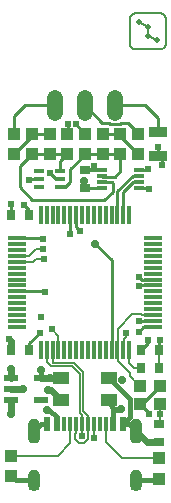
<source format=gtl>
G04 EAGLE Gerber RS-274X export*
G75*
%MOMM*%
%FSLAX34Y34*%
%LPD*%
%INTop Copper*%
%IPPOS*%
%AMOC8*
5,1,8,0,0,1.08239X$1,22.5*%
G01*
%ADD10C,0.464419*%
%ADD11R,0.600000X1.150000*%
%ADD12R,0.300000X1.150000*%
%ADD13C,1.000000*%
%ADD14C,1.320800*%
%ADD15R,0.300000X1.500000*%
%ADD16R,1.500000X0.300000*%
%ADD17R,1.520000X0.930000*%
%ADD18R,1.397000X1.092200*%
%ADD19R,1.200000X0.600000*%
%ADD20R,0.850000X0.300000*%
%ADD21R,0.850000X0.400000*%
%ADD22R,1.100000X1.000000*%
%ADD23R,1.000000X1.100000*%
%ADD24R,0.762000X0.965200*%
%ADD25R,0.965200X0.762000*%
%ADD26C,0.609600*%
%ADD27C,0.711200*%
%ADD28C,0.254000*%
%ADD29C,0.609600*%
%ADD30C,0.406400*%
%ADD31C,0.152400*%

G36*
X119318Y71376D02*
X119318Y71376D01*
X119324Y71382D01*
X119329Y71379D01*
X120386Y71749D01*
X120390Y71756D01*
X120396Y71753D01*
X121344Y72349D01*
X121347Y72357D01*
X121352Y72356D01*
X122144Y73148D01*
X122145Y73156D01*
X122151Y73156D01*
X122747Y74104D01*
X122746Y74113D01*
X122751Y74114D01*
X123121Y75171D01*
X123120Y75175D01*
X123122Y75177D01*
X123120Y75180D01*
X123124Y75182D01*
X123249Y76295D01*
X123247Y76298D01*
X123249Y76300D01*
X123249Y87300D01*
X123247Y87303D01*
X123249Y87306D01*
X123124Y88418D01*
X123118Y88424D01*
X123121Y88429D01*
X122751Y89486D01*
X122745Y89490D01*
X122747Y89496D01*
X122151Y90444D01*
X122143Y90447D01*
X122144Y90452D01*
X121352Y91244D01*
X121344Y91245D01*
X121344Y91251D01*
X120396Y91847D01*
X120387Y91846D01*
X120386Y91851D01*
X119329Y92221D01*
X119321Y92219D01*
X119318Y92224D01*
X118206Y92349D01*
X118198Y92345D01*
X118195Y92349D01*
X117082Y92224D01*
X117076Y92218D01*
X117071Y92221D01*
X116014Y91851D01*
X116010Y91845D01*
X116004Y91847D01*
X115056Y91251D01*
X115053Y91243D01*
X115048Y91244D01*
X114256Y90452D01*
X114255Y90444D01*
X114249Y90444D01*
X113653Y89496D01*
X113654Y89489D01*
X113650Y89487D01*
X113650Y89486D01*
X113649Y89486D01*
X113279Y88429D01*
X113281Y88421D01*
X113276Y88418D01*
X113151Y87306D01*
X113153Y87302D01*
X113151Y87300D01*
X113151Y76300D01*
X113153Y76297D01*
X113151Y76295D01*
X113276Y75182D01*
X113282Y75176D01*
X113279Y75171D01*
X113649Y74114D01*
X113656Y74110D01*
X113653Y74104D01*
X114249Y73156D01*
X114257Y73153D01*
X114256Y73148D01*
X115048Y72356D01*
X115056Y72355D01*
X115056Y72349D01*
X116004Y71753D01*
X116013Y71754D01*
X116014Y71749D01*
X117071Y71379D01*
X117079Y71381D01*
X117082Y71376D01*
X118195Y71251D01*
X118202Y71255D01*
X118206Y71251D01*
X119318Y71376D01*
G37*
G36*
X32918Y71376D02*
X32918Y71376D01*
X32924Y71382D01*
X32929Y71379D01*
X33986Y71749D01*
X33990Y71756D01*
X33996Y71753D01*
X34944Y72349D01*
X34947Y72357D01*
X34952Y72356D01*
X35744Y73148D01*
X35745Y73156D01*
X35751Y73156D01*
X36347Y74104D01*
X36346Y74113D01*
X36351Y74114D01*
X36721Y75171D01*
X36720Y75175D01*
X36722Y75177D01*
X36720Y75180D01*
X36724Y75182D01*
X36849Y76295D01*
X36847Y76298D01*
X36849Y76300D01*
X36849Y87300D01*
X36847Y87303D01*
X36849Y87306D01*
X36724Y88418D01*
X36718Y88424D01*
X36721Y88429D01*
X36351Y89486D01*
X36345Y89490D01*
X36347Y89496D01*
X35751Y90444D01*
X35743Y90447D01*
X35744Y90452D01*
X34952Y91244D01*
X34944Y91245D01*
X34944Y91251D01*
X33996Y91847D01*
X33987Y91846D01*
X33986Y91851D01*
X32929Y92221D01*
X32921Y92219D01*
X32918Y92224D01*
X31806Y92349D01*
X31798Y92345D01*
X31795Y92349D01*
X30682Y92224D01*
X30676Y92218D01*
X30671Y92221D01*
X29614Y91851D01*
X29610Y91845D01*
X29604Y91847D01*
X28656Y91251D01*
X28653Y91243D01*
X28648Y91244D01*
X27856Y90452D01*
X27855Y90444D01*
X27849Y90444D01*
X27253Y89496D01*
X27254Y89489D01*
X27250Y89487D01*
X27250Y89486D01*
X27249Y89486D01*
X26879Y88429D01*
X26881Y88421D01*
X26876Y88418D01*
X26751Y87306D01*
X26753Y87302D01*
X26751Y87300D01*
X26751Y76300D01*
X26753Y76297D01*
X26751Y76295D01*
X26876Y75182D01*
X26882Y75176D01*
X26879Y75171D01*
X27249Y74114D01*
X27256Y74110D01*
X27253Y74104D01*
X27849Y73156D01*
X27857Y73153D01*
X27856Y73148D01*
X28648Y72356D01*
X28656Y72355D01*
X28656Y72349D01*
X29604Y71753D01*
X29613Y71754D01*
X29614Y71749D01*
X30671Y71379D01*
X30679Y71381D01*
X30682Y71376D01*
X31795Y71251D01*
X31802Y71255D01*
X31806Y71251D01*
X32918Y71376D01*
G37*
G36*
X32918Y31076D02*
X32918Y31076D01*
X32924Y31082D01*
X32929Y31079D01*
X33986Y31449D01*
X33990Y31456D01*
X33996Y31453D01*
X34944Y32049D01*
X34947Y32057D01*
X34952Y32056D01*
X35744Y32848D01*
X35745Y32856D01*
X35751Y32856D01*
X36347Y33804D01*
X36346Y33813D01*
X36351Y33814D01*
X36721Y34871D01*
X36720Y34875D01*
X36722Y34877D01*
X36720Y34880D01*
X36724Y34882D01*
X36849Y35995D01*
X36847Y35998D01*
X36849Y36000D01*
X36849Y44000D01*
X36847Y44003D01*
X36849Y44006D01*
X36724Y45118D01*
X36718Y45124D01*
X36721Y45129D01*
X36351Y46186D01*
X36345Y46190D01*
X36347Y46196D01*
X35751Y47144D01*
X35743Y47147D01*
X35744Y47152D01*
X34952Y47944D01*
X34944Y47945D01*
X34944Y47951D01*
X33996Y48547D01*
X33987Y48546D01*
X33986Y48551D01*
X32929Y48921D01*
X32921Y48919D01*
X32918Y48924D01*
X31806Y49049D01*
X31798Y49045D01*
X31795Y49049D01*
X30682Y48924D01*
X30676Y48918D01*
X30671Y48921D01*
X29614Y48551D01*
X29610Y48545D01*
X29604Y48547D01*
X28656Y47951D01*
X28653Y47943D01*
X28648Y47944D01*
X27856Y47152D01*
X27855Y47144D01*
X27849Y47144D01*
X27253Y46196D01*
X27254Y46187D01*
X27249Y46186D01*
X26879Y45129D01*
X26881Y45121D01*
X26876Y45118D01*
X26751Y44006D01*
X26753Y44002D01*
X26751Y44000D01*
X26751Y36000D01*
X26753Y35997D01*
X26751Y35995D01*
X26876Y34882D01*
X26882Y34876D01*
X26879Y34871D01*
X27249Y33814D01*
X27256Y33810D01*
X27253Y33804D01*
X27849Y32856D01*
X27857Y32853D01*
X27856Y32848D01*
X28648Y32056D01*
X28656Y32055D01*
X28656Y32049D01*
X29604Y31453D01*
X29613Y31454D01*
X29614Y31449D01*
X30671Y31079D01*
X30679Y31081D01*
X30682Y31076D01*
X31795Y30951D01*
X31802Y30955D01*
X31806Y30951D01*
X32918Y31076D01*
G37*
G36*
X119318Y31076D02*
X119318Y31076D01*
X119324Y31082D01*
X119329Y31079D01*
X120386Y31449D01*
X120390Y31456D01*
X120396Y31453D01*
X121344Y32049D01*
X121347Y32057D01*
X121352Y32056D01*
X122144Y32848D01*
X122145Y32856D01*
X122151Y32856D01*
X122747Y33804D01*
X122746Y33813D01*
X122751Y33814D01*
X123121Y34871D01*
X123120Y34875D01*
X123122Y34877D01*
X123120Y34880D01*
X123124Y34882D01*
X123249Y35995D01*
X123247Y35998D01*
X123249Y36000D01*
X123249Y44000D01*
X123247Y44003D01*
X123249Y44006D01*
X123124Y45118D01*
X123118Y45124D01*
X123121Y45129D01*
X122751Y46186D01*
X122745Y46190D01*
X122747Y46196D01*
X122151Y47144D01*
X122143Y47147D01*
X122144Y47152D01*
X121352Y47944D01*
X121344Y47945D01*
X121344Y47951D01*
X120396Y48547D01*
X120387Y48546D01*
X120386Y48551D01*
X119329Y48921D01*
X119321Y48919D01*
X119318Y48924D01*
X118206Y49049D01*
X118198Y49045D01*
X118195Y49049D01*
X117082Y48924D01*
X117076Y48918D01*
X117071Y48921D01*
X116014Y48551D01*
X116010Y48545D01*
X116004Y48547D01*
X115056Y47951D01*
X115053Y47943D01*
X115048Y47944D01*
X114256Y47152D01*
X114255Y47144D01*
X114249Y47144D01*
X113653Y46196D01*
X113654Y46187D01*
X113649Y46186D01*
X113279Y45129D01*
X113281Y45121D01*
X113276Y45118D01*
X113151Y44006D01*
X113153Y44002D01*
X113151Y44000D01*
X113151Y36000D01*
X113153Y35997D01*
X113151Y35995D01*
X113276Y34882D01*
X113282Y34876D01*
X113279Y34871D01*
X113649Y33814D01*
X113656Y33810D01*
X113653Y33804D01*
X114249Y32856D01*
X114257Y32853D01*
X114256Y32848D01*
X115048Y32056D01*
X115056Y32055D01*
X115056Y32049D01*
X116004Y31453D01*
X116013Y31454D01*
X116014Y31449D01*
X117071Y31079D01*
X117079Y31081D01*
X117082Y31076D01*
X118195Y30951D01*
X118202Y30955D01*
X118206Y30951D01*
X119318Y31076D01*
G37*
D10*
X128294Y416596D03*
X135914Y412786D03*
X128294Y424216D03*
X120674Y428026D03*
D11*
X43000Y87550D03*
X51000Y87550D03*
D12*
X62500Y87550D03*
X72500Y87550D03*
X77500Y87550D03*
X87500Y87550D03*
D11*
X107000Y87550D03*
X99000Y87550D03*
D12*
X92500Y87550D03*
X82500Y87550D03*
X67500Y87550D03*
X57500Y87550D03*
D13*
X31800Y81800D03*
X118200Y81800D03*
X31800Y40000D03*
X118200Y40000D03*
D14*
X49600Y350896D02*
X49600Y364104D01*
X75000Y364104D02*
X75000Y350896D01*
X100400Y350896D02*
X100400Y364104D01*
D15*
X112500Y265000D03*
X107500Y265000D03*
X102500Y265000D03*
X97500Y265000D03*
X92500Y265000D03*
X87500Y265000D03*
X82500Y265000D03*
X77500Y265000D03*
X72500Y265000D03*
X67500Y265000D03*
X62500Y265000D03*
X57500Y265000D03*
X52500Y265000D03*
X47500Y265000D03*
X42500Y265000D03*
X37500Y265000D03*
D16*
X17500Y245000D03*
X17500Y240000D03*
X17500Y235000D03*
X17500Y230000D03*
X17500Y225000D03*
X17500Y220000D03*
X17500Y215000D03*
X17500Y210000D03*
X17500Y205000D03*
X17500Y200000D03*
X17500Y195000D03*
X17500Y190000D03*
X17500Y185000D03*
X17500Y180000D03*
X17500Y175000D03*
X17500Y170000D03*
D15*
X37500Y150000D03*
X42500Y150000D03*
X47500Y150000D03*
X52500Y150000D03*
X57500Y150000D03*
X62500Y150000D03*
X67500Y150000D03*
X72500Y150000D03*
X77500Y150000D03*
X82500Y150000D03*
X87500Y150000D03*
X92500Y150000D03*
X97500Y150000D03*
X102500Y150000D03*
X107500Y150000D03*
X112500Y150000D03*
D16*
X132500Y170000D03*
X132500Y175000D03*
X132500Y180000D03*
X132500Y185000D03*
X132500Y190000D03*
X132500Y195000D03*
X132500Y200000D03*
X132500Y205000D03*
X132500Y210000D03*
X132500Y215000D03*
X132500Y220000D03*
X132500Y225000D03*
X132500Y230000D03*
X132500Y235000D03*
X132500Y240000D03*
X132500Y245000D03*
D17*
X136544Y315000D03*
X136544Y335000D03*
D18*
X55000Y108102D03*
X55000Y126898D03*
D19*
X12500Y127000D03*
X12500Y117500D03*
X12500Y108000D03*
X37500Y108000D03*
X37500Y127000D03*
D20*
X120750Y287500D03*
X120750Y292500D03*
X120750Y297500D03*
X120750Y302500D03*
X89250Y302500D03*
X89250Y297500D03*
X89250Y292500D03*
X89250Y287500D03*
D21*
X54250Y288500D03*
X54250Y295000D03*
X54250Y301500D03*
X35750Y301500D03*
X35750Y295000D03*
X35750Y288500D03*
D22*
X75000Y333500D03*
X75000Y316500D03*
X60000Y333500D03*
X60000Y316500D03*
X105000Y316500D03*
X105000Y333500D03*
X45000Y316500D03*
X45000Y333500D03*
D23*
X90000Y316500D03*
X90000Y333500D03*
X30000Y316500D03*
X30000Y333500D03*
D22*
X137500Y41500D03*
X137500Y58500D03*
X12500Y44000D03*
X12500Y61000D03*
D23*
X121500Y120000D03*
X138500Y120000D03*
D24*
X122126Y135000D03*
X137874Y135000D03*
X27874Y150000D03*
X12126Y150000D03*
D18*
X95000Y126898D03*
X95000Y108102D03*
D24*
X122126Y150000D03*
X137874Y150000D03*
X27874Y265000D03*
X12126Y265000D03*
D25*
X75000Y287126D03*
X75000Y302874D03*
D23*
X138500Y105000D03*
X121500Y105000D03*
D25*
X137500Y72126D03*
X137500Y87874D03*
D22*
X15000Y316500D03*
X15000Y333500D03*
X120000Y316500D03*
X120000Y333500D03*
D26*
X45720Y127000D02*
X37500Y127000D01*
X54898Y127000D02*
X55000Y126898D01*
X54898Y127000D02*
X45720Y127000D01*
D27*
X45720Y127000D03*
D28*
X40248Y200000D02*
X17500Y200000D01*
X40248Y200000D02*
X40775Y199473D01*
D29*
X40775Y199473D03*
X36782Y165094D03*
X120396Y175260D03*
X120396Y204216D03*
X62484Y248920D03*
X23622Y273050D03*
D28*
X27874Y268798D02*
X27874Y265000D01*
X27874Y268798D02*
X23622Y273050D01*
X62500Y265000D02*
X62500Y248936D01*
X62484Y248920D01*
X121180Y205000D02*
X132500Y205000D01*
X121180Y205000D02*
X120396Y204216D01*
X120656Y175000D02*
X132500Y175000D01*
X120656Y175000D02*
X120396Y175260D01*
X36782Y165094D02*
X36782Y165047D01*
X27874Y156139D02*
X27874Y150000D01*
X27874Y156139D02*
X36782Y165047D01*
D29*
X128016Y158496D03*
X129540Y96012D03*
X129540Y286512D03*
X27432Y294132D03*
D28*
X35615Y294865D02*
X35750Y295000D01*
X35615Y294865D02*
X28165Y294865D01*
X27432Y294132D01*
X120750Y287500D02*
X128552Y287500D01*
X129540Y286512D01*
X128016Y155890D02*
X122126Y150000D01*
X128016Y155890D02*
X128016Y158496D01*
X138500Y120000D02*
X123500Y105000D01*
X121500Y105000D01*
X129540Y96960D01*
X129540Y96012D01*
D27*
X38100Y133096D03*
D30*
X38100Y127600D02*
X37500Y127000D01*
X38100Y127600D02*
X38100Y133096D01*
D26*
X127874Y72126D02*
X137500Y72126D01*
X127874Y72126D02*
X118200Y81800D01*
D30*
X112450Y87550D01*
X107000Y87550D01*
X112808Y93358D02*
X112808Y109090D01*
X112808Y93358D02*
X107000Y87550D01*
X112808Y109090D02*
X95000Y126898D01*
X37550Y87550D02*
X31800Y81800D01*
X37550Y87550D02*
X43000Y87550D01*
X136000Y40000D02*
X137500Y41500D01*
X136000Y40000D02*
X118200Y40000D01*
X16500Y40000D02*
X12500Y44000D01*
X16500Y40000D02*
X31800Y40000D01*
D26*
X22708Y117500D02*
X12500Y117500D01*
X22708Y117500D02*
X22860Y117348D01*
D27*
X22860Y117348D03*
X44036Y116864D03*
X106680Y124968D03*
D31*
X137874Y135000D02*
X137874Y150000D01*
D29*
X138684Y158496D03*
D28*
X137874Y157686D02*
X137874Y150000D01*
X137874Y157686D02*
X138684Y158496D01*
X38544Y245000D02*
X17500Y245000D01*
X38544Y245000D02*
X39116Y244428D01*
D29*
X39116Y244428D03*
X70651Y251391D03*
X120403Y211922D03*
X120329Y165960D03*
D28*
X67500Y254706D02*
X67500Y265000D01*
X67500Y254706D02*
X68326Y253880D01*
X68326Y253716D01*
X70651Y251391D01*
X122874Y210000D02*
X132500Y210000D01*
X122874Y210000D02*
X122816Y210058D01*
X122267Y210058D01*
X120403Y211922D01*
X124369Y170000D02*
X132500Y170000D01*
X124369Y170000D02*
X120329Y165960D01*
D26*
X55000Y108102D02*
X46238Y116864D01*
X44036Y116864D01*
X12126Y150000D02*
X12126Y158315D01*
X10519Y159922D01*
D29*
X10519Y159922D03*
X37676Y178144D03*
D28*
X12126Y265000D02*
X12126Y274254D01*
X12192Y274320D01*
D29*
X12192Y274320D03*
X45201Y300426D03*
X82843Y306255D03*
X60960Y341376D03*
X67056Y341376D03*
X140087Y306923D03*
D28*
X140087Y311457D02*
X136544Y315000D01*
X140087Y311457D02*
X140087Y306923D01*
D29*
X128563Y303207D03*
D28*
X127856Y302500D02*
X120750Y302500D01*
X127856Y302500D02*
X128563Y303207D01*
X75000Y333500D02*
X67124Y341376D01*
X67056Y341376D01*
X60960Y341376D02*
X60960Y334460D01*
X60000Y333500D01*
X75000Y302874D02*
X79462Y302874D01*
X82843Y306255D01*
X47206Y298420D02*
X47206Y298343D01*
X47206Y298420D02*
X45201Y300426D01*
X50549Y295000D02*
X54250Y295000D01*
X50549Y295000D02*
X47206Y298343D01*
X75374Y302500D02*
X89250Y302500D01*
X75374Y302500D02*
X75000Y302874D01*
D29*
X137039Y322163D03*
D28*
X136544Y321668D02*
X136544Y315000D01*
X136544Y321668D02*
X137039Y322163D01*
D30*
X99000Y99742D02*
X99000Y87550D01*
X104370Y99742D02*
X105195Y100567D01*
X104370Y99742D02*
X99000Y99742D01*
X99487Y100567D02*
X105195Y100567D01*
X99487Y100567D02*
X95000Y105054D01*
X95000Y108102D01*
D27*
X105195Y100567D03*
X12700Y96520D03*
D26*
X12500Y96720D01*
X12500Y108000D01*
D30*
X51000Y93448D02*
X51000Y87550D01*
X51000Y93448D02*
X44648Y99800D01*
X43124Y99800D01*
D27*
X43124Y99800D03*
X12192Y134112D03*
D26*
X12500Y133804D01*
X12500Y127000D01*
D31*
X52500Y150000D02*
X52500Y162384D01*
X46816Y168068D01*
D29*
X46816Y168068D03*
D31*
X46268Y136612D02*
X64008Y136612D01*
X42500Y140380D02*
X42500Y150000D01*
X42500Y140380D02*
X46268Y136612D01*
X64008Y136612D02*
X70612Y130008D01*
X70612Y96953D01*
X72500Y95065D02*
X72500Y87550D01*
X72500Y95065D02*
X70612Y96953D01*
X82500Y87550D02*
X82500Y76250D01*
X82804Y75946D01*
D29*
X82804Y75946D03*
X72136Y77216D03*
D31*
X72500Y77580D01*
X72500Y87550D01*
X77302Y87748D02*
X77500Y87550D01*
X77302Y87748D02*
X77302Y94755D01*
X73660Y98397D02*
X73660Y131532D01*
X73660Y98397D02*
X77302Y94755D01*
X73660Y131532D02*
X65532Y139660D01*
X47500Y139952D02*
X47500Y150000D01*
X47792Y139660D02*
X65532Y139660D01*
X47792Y139660D02*
X47500Y139952D01*
X77470Y77901D02*
X77470Y74930D01*
X77470Y77901D02*
X77500Y77931D01*
X77500Y87550D01*
X67500Y87550D02*
X67500Y80123D01*
X66802Y79425D01*
X66802Y75007D01*
X69927Y71882D01*
X74422Y71882D01*
X77470Y74930D01*
X51856Y61000D02*
X12500Y61000D01*
X62500Y71644D02*
X62500Y87550D01*
X62500Y71644D02*
X51856Y61000D01*
X106092Y58500D02*
X137500Y58500D01*
X92500Y72092D02*
X92500Y87550D01*
X92500Y72092D02*
X106092Y58500D01*
D28*
X136544Y335000D02*
X136544Y346356D01*
X125400Y357500D01*
X100400Y357500D01*
X89600Y342900D02*
X75000Y357500D01*
X89600Y342900D02*
X95105Y342900D01*
X96507Y341498D01*
X104293Y341498D01*
X105695Y342900D01*
X111252Y342900D01*
X120000Y334152D01*
X120000Y333500D01*
X49600Y357500D02*
X25024Y357500D01*
X24384Y358140D01*
X15000Y348756D01*
X15000Y333500D01*
X30000Y316500D02*
X45000Y316500D01*
X60000Y316500D01*
X54250Y310750D01*
X54250Y301500D01*
X30480Y277368D02*
X19812Y288036D01*
X19812Y306312D02*
X30000Y316500D01*
X19812Y306312D02*
X19812Y288036D01*
X98436Y284364D02*
X98436Y291708D01*
X97644Y292500D01*
X89250Y292500D01*
X91440Y277368D02*
X30480Y277368D01*
X91440Y277368D02*
X98436Y284364D01*
X105000Y316500D02*
X90000Y316500D01*
X105000Y316500D02*
X75000Y316500D01*
X58376Y288500D02*
X54250Y288500D01*
X58376Y288500D02*
X62484Y292608D01*
X62484Y303276D01*
X75708Y316500D01*
X90000Y316500D01*
X105000Y316500D02*
X105000Y301596D01*
X100584Y297180D01*
X89570Y297180D01*
X89250Y297500D01*
X97500Y226604D02*
X97500Y150000D01*
X97500Y226604D02*
X83820Y240284D01*
D27*
X83820Y240284D03*
X74392Y293282D03*
D28*
X75000Y292675D02*
X75000Y287126D01*
X75000Y292675D02*
X74392Y293282D01*
X77363Y287476D02*
X89226Y287476D01*
X77363Y287476D02*
X74392Y290447D01*
X74392Y293282D01*
X89226Y287476D02*
X89250Y287500D01*
X116049Y292500D02*
X120750Y292500D01*
X116049Y292500D02*
X107500Y283951D01*
X107500Y265000D01*
X102500Y284699D02*
X115336Y297534D01*
X120716Y297534D02*
X120750Y297500D01*
X120716Y297534D02*
X115336Y297534D01*
X102500Y284699D02*
X102500Y265000D01*
D31*
X102500Y150000D02*
X102581Y149919D01*
X102581Y141087D01*
X112776Y130892D02*
X112776Y128016D01*
X112776Y130892D02*
X102581Y141087D01*
X112776Y128016D02*
X120792Y120000D01*
X121500Y120000D01*
X123199Y180000D02*
X132500Y180000D01*
X123199Y180000D02*
X122605Y180594D01*
X115062Y180594D01*
X102581Y168113D02*
X102581Y149919D01*
X102581Y168113D02*
X115062Y180594D01*
X116460Y135000D02*
X122126Y135000D01*
X112500Y138960D02*
X112500Y150000D01*
X112500Y138960D02*
X116460Y135000D01*
D29*
X39116Y236220D03*
D31*
X17804Y230304D02*
X17500Y230000D01*
X17804Y230304D02*
X27882Y230304D01*
X33798Y236220D02*
X39116Y236220D01*
X33798Y236220D02*
X27882Y230304D01*
D29*
X40132Y227330D03*
D31*
X17576Y225076D02*
X17500Y225000D01*
X17576Y225076D02*
X30898Y225076D01*
X33152Y227330D02*
X40132Y227330D01*
X33152Y227330D02*
X30898Y225076D01*
X138500Y105000D02*
X138500Y96012D01*
X138500Y88874D01*
X137500Y87874D01*
D29*
X138500Y96012D03*
X109728Y164592D03*
D31*
X109728Y161349D01*
X107714Y159335D01*
X107714Y150214D01*
X107500Y150000D01*
X128294Y424216D02*
X120674Y428026D01*
X128294Y424216D02*
X128294Y416596D01*
X135914Y412786D01*
X113030Y410210D02*
X113030Y430530D01*
X113030Y410210D02*
X113032Y410070D01*
X113038Y409930D01*
X113047Y409790D01*
X113061Y409651D01*
X113078Y409512D01*
X113099Y409374D01*
X113124Y409236D01*
X113153Y409099D01*
X113185Y408963D01*
X113222Y408828D01*
X113262Y408694D01*
X113305Y408561D01*
X113353Y408429D01*
X113403Y408298D01*
X113458Y408169D01*
X113516Y408042D01*
X113577Y407916D01*
X113642Y407792D01*
X113711Y407670D01*
X113782Y407550D01*
X113857Y407432D01*
X113935Y407315D01*
X114017Y407201D01*
X114101Y407090D01*
X114189Y406981D01*
X114279Y406874D01*
X114373Y406769D01*
X114469Y406668D01*
X114568Y406569D01*
X114669Y406473D01*
X114774Y406379D01*
X114881Y406289D01*
X114990Y406201D01*
X115101Y406117D01*
X115215Y406035D01*
X115332Y405957D01*
X115450Y405882D01*
X115570Y405811D01*
X115692Y405742D01*
X115816Y405677D01*
X115942Y405616D01*
X116069Y405558D01*
X116198Y405503D01*
X116329Y405453D01*
X116461Y405405D01*
X116594Y405362D01*
X116728Y405322D01*
X116863Y405285D01*
X116999Y405253D01*
X117136Y405224D01*
X117274Y405199D01*
X117412Y405178D01*
X117551Y405161D01*
X117690Y405147D01*
X117830Y405138D01*
X117970Y405132D01*
X118110Y405130D01*
X138430Y405130D01*
X138570Y405132D01*
X138710Y405138D01*
X138850Y405147D01*
X138989Y405161D01*
X139128Y405178D01*
X139266Y405199D01*
X139404Y405224D01*
X139541Y405253D01*
X139677Y405285D01*
X139812Y405322D01*
X139946Y405362D01*
X140079Y405405D01*
X140211Y405453D01*
X140342Y405503D01*
X140471Y405558D01*
X140598Y405616D01*
X140724Y405677D01*
X140848Y405742D01*
X140970Y405811D01*
X141090Y405882D01*
X141208Y405957D01*
X141325Y406035D01*
X141439Y406117D01*
X141550Y406201D01*
X141659Y406289D01*
X141766Y406379D01*
X141871Y406473D01*
X141972Y406569D01*
X142071Y406668D01*
X142167Y406769D01*
X142261Y406874D01*
X142351Y406981D01*
X142439Y407090D01*
X142523Y407201D01*
X142605Y407315D01*
X142683Y407432D01*
X142758Y407550D01*
X142829Y407670D01*
X142898Y407792D01*
X142963Y407916D01*
X143024Y408042D01*
X143082Y408169D01*
X143137Y408298D01*
X143187Y408429D01*
X143235Y408561D01*
X143278Y408694D01*
X143318Y408828D01*
X143355Y408963D01*
X143387Y409099D01*
X143416Y409236D01*
X143441Y409374D01*
X143462Y409512D01*
X143479Y409651D01*
X143493Y409790D01*
X143502Y409930D01*
X143508Y410070D01*
X143510Y410210D01*
X143510Y430530D01*
X143508Y430670D01*
X143502Y430810D01*
X143493Y430950D01*
X143479Y431089D01*
X143462Y431228D01*
X143441Y431366D01*
X143416Y431504D01*
X143387Y431641D01*
X143355Y431777D01*
X143318Y431912D01*
X143278Y432046D01*
X143235Y432179D01*
X143187Y432311D01*
X143137Y432442D01*
X143082Y432571D01*
X143024Y432698D01*
X142963Y432824D01*
X142898Y432948D01*
X142829Y433070D01*
X142758Y433190D01*
X142683Y433308D01*
X142605Y433425D01*
X142523Y433539D01*
X142439Y433650D01*
X142351Y433759D01*
X142261Y433866D01*
X142167Y433971D01*
X142071Y434072D01*
X141972Y434171D01*
X141871Y434267D01*
X141766Y434361D01*
X141659Y434451D01*
X141550Y434539D01*
X141439Y434623D01*
X141325Y434705D01*
X141208Y434783D01*
X141090Y434858D01*
X140970Y434929D01*
X140848Y434998D01*
X140724Y435063D01*
X140598Y435124D01*
X140471Y435182D01*
X140342Y435237D01*
X140211Y435287D01*
X140079Y435335D01*
X139946Y435378D01*
X139812Y435418D01*
X139677Y435455D01*
X139541Y435487D01*
X139404Y435516D01*
X139266Y435541D01*
X139128Y435562D01*
X138989Y435579D01*
X138850Y435593D01*
X138710Y435602D01*
X138570Y435608D01*
X138430Y435610D01*
X118110Y435610D01*
X117970Y435608D01*
X117830Y435602D01*
X117690Y435593D01*
X117551Y435579D01*
X117412Y435562D01*
X117274Y435541D01*
X117136Y435516D01*
X116999Y435487D01*
X116863Y435455D01*
X116728Y435418D01*
X116594Y435378D01*
X116461Y435335D01*
X116329Y435287D01*
X116198Y435237D01*
X116069Y435182D01*
X115942Y435124D01*
X115816Y435063D01*
X115692Y434998D01*
X115570Y434929D01*
X115450Y434858D01*
X115332Y434783D01*
X115215Y434705D01*
X115101Y434623D01*
X114990Y434539D01*
X114881Y434451D01*
X114774Y434361D01*
X114669Y434267D01*
X114568Y434171D01*
X114469Y434072D01*
X114373Y433971D01*
X114279Y433866D01*
X114189Y433759D01*
X114101Y433650D01*
X114017Y433539D01*
X113935Y433425D01*
X113857Y433308D01*
X113782Y433190D01*
X113711Y433070D01*
X113642Y432948D01*
X113577Y432824D01*
X113516Y432698D01*
X113458Y432571D01*
X113403Y432442D01*
X113353Y432311D01*
X113305Y432179D01*
X113262Y432046D01*
X113222Y431912D01*
X113185Y431777D01*
X113153Y431641D01*
X113124Y431504D01*
X113099Y431366D01*
X113078Y431228D01*
X113061Y431089D01*
X113047Y430950D01*
X113038Y430810D01*
X113032Y430670D01*
X113030Y430530D01*
D28*
X45000Y333500D02*
X30000Y333500D01*
X30000Y331500D02*
X15000Y316500D01*
X30000Y331500D02*
X30000Y333500D01*
X90000Y333500D02*
X105000Y333500D01*
X105000Y331500D02*
X120000Y316500D01*
X105000Y331500D02*
X105000Y333500D01*
M02*

</source>
